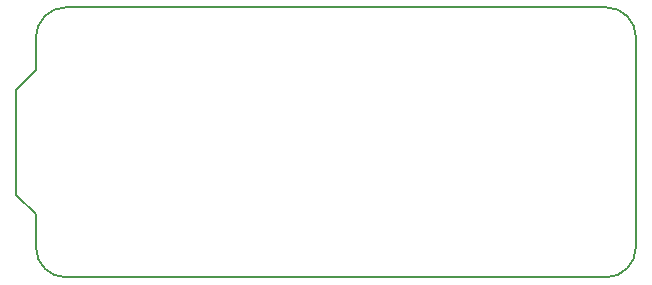
<source format=gbr>
G04 #@! TF.GenerationSoftware,KiCad,Pcbnew,(5.1.7-0-10_14)*
G04 #@! TF.CreationDate,2020-10-24T15:10:09+08:00*
G04 #@! TF.ProjectId,Feather_STM32WB55,46656174-6865-4725-9f53-544d33325742,rev?*
G04 #@! TF.SameCoordinates,Original*
G04 #@! TF.FileFunction,Profile,NP*
%FSLAX46Y46*%
G04 Gerber Fmt 4.6, Leading zero omitted, Abs format (unit mm)*
G04 Created by KiCad (PCBNEW (5.1.7-0-10_14)) date 2020-10-24 15:10:09*
%MOMM*%
%LPD*%
G01*
G04 APERTURE LIST*
G04 #@! TA.AperFunction,Profile*
%ADD10C,0.150000*%
G04 #@! TD*
G04 APERTURE END LIST*
D10*
X129540000Y-104140000D02*
G75*
G02*
X127000000Y-101600000I0J2540000D01*
G01*
X127000000Y-98806000D02*
X127000000Y-101600000D01*
X125349000Y-97155000D02*
X127000000Y-98806000D01*
X125349000Y-88265000D02*
X125349000Y-97155000D01*
X125349000Y-88265000D02*
X127000000Y-86614000D01*
X127000000Y-83820000D02*
X127000000Y-86614000D01*
X127000000Y-83820000D02*
G75*
G02*
X129540000Y-81280000I2540000J0D01*
G01*
X177800000Y-101600000D02*
G75*
G02*
X175260000Y-104140000I-2540000J0D01*
G01*
X175260000Y-81280000D02*
X129540000Y-81280000D01*
X175260000Y-81280000D02*
G75*
G02*
X177800000Y-83820000I0J-2540000D01*
G01*
X129540000Y-104140000D02*
X175260000Y-104140000D01*
X177800000Y-101600000D02*
X177800000Y-83820000D01*
M02*

</source>
